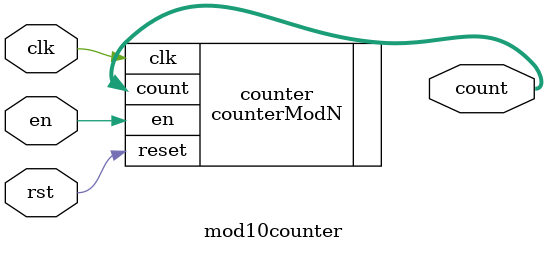
<source format=v>
`timescale 1ns / 1ps


module mod10counter (input clk, rst, input en, output [3:0]count);
wire clk_out;

//clockDivider #(50000000) cd( .clk(clk), .rst(rst), .clk_out(clk_out));
counterModN #(4,10) counter(.clk(clk), .reset(rst),  .en(en),  .count(count));


    
endmodule

</source>
